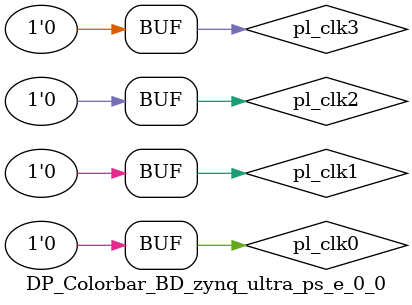
<source format=v>
 









`timescale 1ns/1ps

module DP_Colorbar_BD_zynq_ultra_ps_e_0_0 (
);
wire pl_clk_t[3:0] ;

wire saxihpc0_fpd_rclk_temp;
wire saxihpc0_fpd_wclk_temp;
wire saxihpc1_fpd_rclk_temp;
wire saxihpc1_fpd_wclk_temp;
wire saxihp0_fpd_rclk_temp;
wire saxihp0_fpd_wclk_temp;
wire saxihp1_fpd_rclk_temp;
wire saxihp1_fpd_wclk_temp;
wire saxihp2_fpd_rclk_temp;
wire saxihp2_fpd_wclk_temp;
wire saxihp3_fpd_rclk_temp;
wire saxihp3_fpd_wclk_temp;
wire saxi_lpd_rclk_temp;
wire saxi_lpd_wclk_temp;


 assign pl_clk0 = 1'b0 ;

 assign  pl_clk1 = 1'b0 ;

 assign  pl_clk2 = 1'b0 ;

 assign  pl_clk3 = 1'b0 ;

  
   
   
   
   
   


  


  zynq_ultra_ps_e_vip_v1_0_15 #(
    .C_USE_M_AXI_GP0(0),
    .C_USE_M_AXI_GP1(0),
    .C_USE_M_AXI_GP2(0),
    .C_USE_S_AXI_GP0(0),
    .C_USE_S_AXI_GP1(0),
    .C_USE_S_AXI_GP2(0),
    .C_USE_S_AXI_GP3(0),
    .C_USE_S_AXI_GP4(0),
    .C_USE_S_AXI_GP5(0),
    .C_USE_S_AXI_GP6(0),
    .C_USE_S_AXI_ACP(0),
    .C_USE_S_AXI_ACE(0),
    .C_M_AXI_GP0_DATA_WIDTH(128),
    .C_M_AXI_GP1_DATA_WIDTH(128),
    .C_M_AXI_GP2_DATA_WIDTH(32),
    .C_S_AXI_GP0_DATA_WIDTH(128),
    .C_S_AXI_GP1_DATA_WIDTH(128),
    .C_S_AXI_GP2_DATA_WIDTH(128),
    .C_S_AXI_GP3_DATA_WIDTH(128),
    .C_S_AXI_GP4_DATA_WIDTH(128),
    .C_S_AXI_GP5_DATA_WIDTH(128),
    .C_S_AXI_GP6_DATA_WIDTH(128),
    .C_FCLK_CLK0_FREQ(99.999001),
    .C_FCLK_CLK1_FREQ(100),
    .C_FCLK_CLK2_FREQ(100),
    .C_FCLK_CLK3_FREQ(100)
  ) inst (
    .MAXIGP0ARVALID(),
    .MAXIGP0AWVALID(),
    .MAXIGP0BREADY(),
    .MAXIGP0RREADY(),
    .MAXIGP0WLAST(),
    .MAXIGP0WVALID(),
    .MAXIGP0ARID(),
    .MAXIGP0ARUSER(),
    .MAXIGP0AWID(),
    .MAXIGP0ARBURST(),
    .MAXIGP0ARLOCK(),
    .MAXIGP0ARSIZE(),
    .MAXIGP0AWBURST(),
    .MAXIGP0AWLOCK(),
    .MAXIGP0AWSIZE(),
    .MAXIGP0ARPROT(),
    .MAXIGP0AWPROT(),
    .MAXIGP0ARADDR(),
    .MAXIGP0AWADDR(),
    .MAXIGP0WDATA(),
    .MAXIGP0AWUSER(),
    .MAXIGP0ARCACHE(),
    .MAXIGP0ARLEN(),
    .MAXIGP0ARQOS(),
    .MAXIGP0AWCACHE(),
    .MAXIGP0AWLEN(),
    .MAXIGP0AWQOS(),
    .MAXIGP0WSTRB(),
    .MAXIGP0ACLK(),
    .MAXIGP0ARREADY(1'B0),
    .MAXIGP0AWREADY(1'B0),
    .MAXIGP0BVALID(1'B0),
    .MAXIGP0RLAST(1'B0),
    .MAXIGP0RVALID(1'B0),
    .MAXIGP0WREADY(1'B0),
    .MAXIGP0BID(12'B0),
    .MAXIGP0RID(12'B0),
    .MAXIGP0BRESP(2'B0),
    .MAXIGP0RRESP(2'B0),
    .MAXIGP0RDATA(32'B0),
    .MAXIGP1ARVALID(),
    .MAXIGP1AWVALID(),
    .MAXIGP1BREADY(),
    .MAXIGP1RREADY(),
    .MAXIGP1WLAST(),
    .MAXIGP1WVALID(),
    .MAXIGP1ARID(),
    .MAXIGP1ARUSER(),
    .MAXIGP1AWID(),
    .MAXIGP1ARBURST(),
    .MAXIGP1ARLOCK(),
    .MAXIGP1ARSIZE(),
    .MAXIGP1AWBURST(),
    .MAXIGP1AWLOCK(),
    .MAXIGP1AWSIZE(),
    .MAXIGP1ARPROT(),
    .MAXIGP1AWPROT(),
    .MAXIGP1ARADDR(),
    .MAXIGP1AWADDR(),
    .MAXIGP1WDATA(),
    .MAXIGP1AWUSER(),
    .MAXIGP1ARCACHE(),
    .MAXIGP1ARLEN(),
    .MAXIGP1ARQOS(),
    .MAXIGP1AWCACHE(),
    .MAXIGP1AWLEN(),
    .MAXIGP1AWQOS(),
    .MAXIGP1WSTRB(),
    .MAXIGP1ACLK(1'B0),
    .MAXIGP1ARREADY(1'B0),
    .MAXIGP1AWREADY(1'B0),
    .MAXIGP1BVALID(1'B0),
    .MAXIGP1RLAST(1'B0),
    .MAXIGP1RVALID(1'B0),
    .MAXIGP1WREADY(1'B0),
    .MAXIGP1BID(12'B0),
    .MAXIGP1RID(12'B0),
    .MAXIGP1BRESP(2'B0),
    .MAXIGP1RRESP(2'B0),
    .MAXIGP1RDATA(32'B0),

    .MAXIGP2ARVALID(),
    .MAXIGP2AWVALID(),
    .MAXIGP2BREADY(),
    .MAXIGP2RREADY(),
    .MAXIGP2WLAST(),
    .MAXIGP2WVALID(),
    .MAXIGP2ARID(),
    .MAXIGP2ARUSER(),
    .MAXIGP2AWID(),
    .MAXIGP2ARBURST(),
    .MAXIGP2ARLOCK(),
    .MAXIGP2ARSIZE(),
    .MAXIGP2AWBURST(),
    .MAXIGP2AWLOCK(),
    .MAXIGP2AWSIZE(),
    .MAXIGP2ARPROT(),
    .MAXIGP2AWPROT(),
    .MAXIGP2ARADDR(),
    .MAXIGP2AWADDR(),
    .MAXIGP2WDATA(),
    .MAXIGP2AWUSER(),
    .MAXIGP2ARCACHE(),
    .MAXIGP2ARLEN(),
    .MAXIGP2ARQOS(),
    .MAXIGP2AWCACHE(),
    .MAXIGP2AWLEN(),
    .MAXIGP2AWQOS(),
    .MAXIGP2WSTRB(),
    .MAXIGP2ACLK(),
    .MAXIGP2ARREADY(1'B0),
    .MAXIGP2AWREADY(1'B0),
    .MAXIGP2BVALID(1'B0),
    .MAXIGP2RLAST(1'B0),
    .MAXIGP2RVALID(1'B0),
    .MAXIGP2WREADY(1'B0),
    .MAXIGP2BID(12'B0),
    .MAXIGP2RID(12'B0),
    .MAXIGP2BRESP(2'B0),
    .MAXIGP2RRESP(2'B0),
    .MAXIGP2RDATA(32'B0),
    .SAXIGP0RCLK(),
    .SAXIGP0WCLK(),
    .SAXIGP0ARUSER(),
    .SAXIGP0AWUSER(),
    .SAXIGP0RACOUNT(),
    .SAXIGP0WACOUNT(),
    .SAXIGP0RCOUNT(),
    .SAXIGP0WCOUNT(),
    .SAXIGP0ARREADY(),
    .SAXIGP0AWREADY(),
    .SAXIGP0BVALID(),
    .SAXIGP0RLAST(),
    .SAXIGP0RVALID(),
    .SAXIGP0WREADY(),
    .SAXIGP0BRESP(),
    .SAXIGP0RRESP(),
    .SAXIGP0RDATA(),
    .SAXIGP0BID(),
    .SAXIGP0RID(),
    .SAXIGP0ARVALID(1'B0),
    .SAXIGP0AWVALID(1'B0),
    .SAXIGP0BREADY(1'B0),
    .SAXIGP0RREADY(1'B0),
    .SAXIGP0WLAST(1'B0),
    .SAXIGP0WVALID(1'B0),
    .SAXIGP0ARBURST(2'B0),
    .SAXIGP0ARLOCK(2'B0),
    .SAXIGP0ARSIZE(3'B0),
    .SAXIGP0AWBURST(2'B0),
    .SAXIGP0AWLOCK(2'B0),
    .SAXIGP0AWSIZE(3'B0),
    .SAXIGP0ARPROT(3'B0),
    .SAXIGP0AWPROT(3'B0),
    .SAXIGP0ARADDR(32'B0),
    .SAXIGP0AWADDR(32'B0),
    .SAXIGP0WDATA(32'B0),
    .SAXIGP0ARCACHE(4'B0),
    .SAXIGP0ARLEN(4'B0),
    .SAXIGP0ARQOS(4'B0),
    .SAXIGP0AWCACHE(4'B0),
    .SAXIGP0AWLEN(4'B0),
    .SAXIGP0AWQOS(4'B0),
    .SAXIGP0WSTRB(4'B0),
    .SAXIGP0ARID(6'B0),
    .SAXIGP0AWID(6'B0),
    .SAXIGP1RCLK(),
    .SAXIGP1WCLK(),
    .SAXIGP1ARUSER(),
    .SAXIGP1AWUSER(),
    .SAXIGP1RACOUNT(),
    .SAXIGP1WACOUNT(),
    .SAXIGP1RCOUNT(),
    .SAXIGP1WCOUNT(),
    .SAXIGP1ARREADY(),
    .SAXIGP1AWREADY(),
    .SAXIGP1BVALID(),
    .SAXIGP1RLAST(),
    .SAXIGP1RVALID(),
    .SAXIGP1WREADY(),
    .SAXIGP1BRESP(),
    .SAXIGP1RRESP(),
    .SAXIGP1RDATA(),
    .SAXIGP1BID(),
    .SAXIGP1RID(),
    .SAXIGP1ARVALID(1'B0),
    .SAXIGP1AWVALID(1'B0),
    .SAXIGP1BREADY(1'B0),
    .SAXIGP1RREADY(1'B0),
    .SAXIGP1WLAST(1'B0),
    .SAXIGP1WVALID(1'B0),
    .SAXIGP1ARBURST(2'B0),
    .SAXIGP1ARLOCK(2'B0),
    .SAXIGP1ARSIZE(3'B0),
    .SAXIGP1AWBURST(2'B0),
    .SAXIGP1AWLOCK(2'B0),
    .SAXIGP1AWSIZE(3'B0),
    .SAXIGP1ARPROT(3'B0),
    .SAXIGP1AWPROT(3'B0),
    .SAXIGP1ARADDR(32'B0),
    .SAXIGP1AWADDR(32'B0),
    .SAXIGP1WDATA(32'B0),
    .SAXIGP1ARCACHE(4'B0),
    .SAXIGP1ARLEN(4'B0),
    .SAXIGP1ARQOS(4'B0),
    .SAXIGP1AWCACHE(4'B0),
    .SAXIGP1AWLEN(4'B0),
    .SAXIGP1AWQOS(4'B0),
    .SAXIGP1WSTRB(4'B0),
    .SAXIGP1ARID(6'B0),
    .SAXIGP1AWID(6'B0),
    .SAXIGP2RCLK(),
    .SAXIGP2WCLK(),
    .SAXIGP2ARUSER(),
    .SAXIGP2AWUSER(),
    .SAXIGP2RACOUNT(),
    .SAXIGP2WACOUNT(),
    .SAXIGP2RCOUNT(),
    .SAXIGP2WCOUNT(),
    .SAXIGP2ARREADY(),
    .SAXIGP2AWREADY(),
    .SAXIGP2BVALID(),
    .SAXIGP2RLAST(),
    .SAXIGP2RVALID(),
    .SAXIGP2WREADY(),
    .SAXIGP2BRESP(),
    .SAXIGP2RRESP(),
    .SAXIGP2RDATA(),
    .SAXIGP2BID(),
    .SAXIGP2RID(),
    .SAXIGP2ARVALID(1'B0),
    .SAXIGP2AWVALID(1'B0),
    .SAXIGP2BREADY(1'B0),
    .SAXIGP2RREADY(1'B0),
    .SAXIGP2WLAST(1'B0),
    .SAXIGP2WVALID(1'B0),
    .SAXIGP2ARBURST(2'B0),
    .SAXIGP2ARLOCK(2'B0),
    .SAXIGP2ARSIZE(3'B0),
    .SAXIGP2AWBURST(2'B0),
    .SAXIGP2AWLOCK(2'B0),
    .SAXIGP2AWSIZE(3'B0),
    .SAXIGP2ARPROT(3'B0),
    .SAXIGP2AWPROT(3'B0),
    .SAXIGP2ARADDR(32'B0),
    .SAXIGP2AWADDR(32'B0),
    .SAXIGP2WDATA(32'B0),
    .SAXIGP2ARCACHE(4'B0),
    .SAXIGP2ARLEN(4'B0),
    .SAXIGP2ARQOS(4'B0),
    .SAXIGP2AWCACHE(4'B0),
    .SAXIGP2AWLEN(4'B0),
    .SAXIGP2AWQOS(4'B0),
    .SAXIGP2WSTRB(4'B0),
    .SAXIGP2ARID(6'B0),
    .SAXIGP2AWID(6'B0),
    .SAXIGP3RCLK(),
    .SAXIGP3WCLK(),
    .SAXIGP3ARUSER(),
    .SAXIGP3AWUSER(),
    .SAXIGP3RACOUNT(),
    .SAXIGP3WACOUNT(),
    .SAXIGP3RCOUNT(),
    .SAXIGP3WCOUNT(),
    .SAXIGP3ARREADY(),
    .SAXIGP3AWREADY(),
    .SAXIGP3BVALID(),
    .SAXIGP3RLAST(),
    .SAXIGP3RVALID(),
    .SAXIGP3WREADY(),
    .SAXIGP3BRESP(),
    .SAXIGP3RRESP(),
    .SAXIGP3RDATA(),
    .SAXIGP3BID(),
    .SAXIGP3RID(),
    .SAXIGP3ARVALID(1'B0),
    .SAXIGP3AWVALID(1'B0),
    .SAXIGP3BREADY(1'B0),
    .SAXIGP3RREADY(1'B0),
    .SAXIGP3WLAST(1'B0),
    .SAXIGP3WVALID(1'B0),
    .SAXIGP3ARBURST(2'B0),
    .SAXIGP3ARLOCK(2'B0),
    .SAXIGP3ARSIZE(3'B0),
    .SAXIGP3AWBURST(2'B0),
    .SAXIGP3AWLOCK(2'B0),
    .SAXIGP3AWSIZE(3'B0),
    .SAXIGP3ARPROT(3'B0),
    .SAXIGP3AWPROT(3'B0),
    .SAXIGP3ARADDR(32'B0),
    .SAXIGP3AWADDR(32'B0),
    .SAXIGP3WDATA(32'B0),
    .SAXIGP3ARCACHE(4'B0),
    .SAXIGP3ARLEN(4'B0),
    .SAXIGP3ARQOS(4'B0),
    .SAXIGP3AWCACHE(4'B0),
    .SAXIGP3AWLEN(4'B0),
    .SAXIGP3AWQOS(4'B0),
    .SAXIGP3WSTRB(4'B0),
    .SAXIGP3ARID(6'B0),
    .SAXIGP3AWID(6'B0),
    .SAXIGP4RCLK(),
    .SAXIGP4WCLK(),
    .SAXIGP4ARUSER(),
    .SAXIGP4AWUSER(),
    .SAXIGP4RACOUNT(),
    .SAXIGP4WACOUNT(),
    .SAXIGP4RCOUNT(),
    .SAXIGP4WCOUNT(),
    .SAXIGP4ARREADY(),
    .SAXIGP4AWREADY(),
    .SAXIGP4BVALID(),
    .SAXIGP4RLAST(),
    .SAXIGP4RVALID(),
    .SAXIGP4WREADY(),
    .SAXIGP4BRESP(),
    .SAXIGP4RRESP(),
    .SAXIGP4RDATA(),
    .SAXIGP4BID(),
    .SAXIGP4RID(),
    .SAXIGP4ARVALID(1'B0),
    .SAXIGP4AWVALID(1'B0),
    .SAXIGP4BREADY(1'B0),
    .SAXIGP4RREADY(1'B0),
    .SAXIGP4WLAST(1'B0),
    .SAXIGP4WVALID(1'B0),
    .SAXIGP4ARBURST(2'B0),
    .SAXIGP4ARLOCK(2'B0),
    .SAXIGP4ARSIZE(3'B0),
    .SAXIGP4AWBURST(2'B0),
    .SAXIGP4AWLOCK(2'B0),
    .SAXIGP4AWSIZE(3'B0),
    .SAXIGP4ARPROT(3'B0),
    .SAXIGP4AWPROT(3'B0),
    .SAXIGP4ARADDR(32'B0),
    .SAXIGP4AWADDR(32'B0),
    .SAXIGP4WDATA(32'B0),
    .SAXIGP4ARCACHE(4'B0),
    .SAXIGP4ARLEN(4'B0),
    .SAXIGP4ARQOS(4'B0),
    .SAXIGP4AWCACHE(4'B0),
    .SAXIGP4AWLEN(4'B0),
    .SAXIGP4AWQOS(4'B0),
    .SAXIGP4WSTRB(4'B0),
    .SAXIGP4ARID(6'B0),
    .SAXIGP4AWID(6'B0),
    .SAXIGP5RCLK(),
    .SAXIGP5WCLK(),
    .SAXIGP5ARUSER(),
    .SAXIGP5AWUSER(),
    .SAXIGP5RACOUNT(),
    .SAXIGP5WACOUNT(),
    .SAXIGP5RCOUNT(),
    .SAXIGP5WCOUNT(),
    .SAXIGP5ARREADY(),
    .SAXIGP5AWREADY(),
    .SAXIGP5BVALID(),
    .SAXIGP5RLAST(),
    .SAXIGP5RVALID(),
    .SAXIGP5WREADY(),
    .SAXIGP5BRESP(),
    .SAXIGP5RRESP(),
    .SAXIGP5RDATA(),
    .SAXIGP5BID(),
    .SAXIGP5RID(),
    .SAXIGP5ARVALID(1'B0),
    .SAXIGP5AWVALID(1'B0),
    .SAXIGP5BREADY(1'B0),
    .SAXIGP5RREADY(1'B0),
    .SAXIGP5WLAST(1'B0),
    .SAXIGP5WVALID(1'B0),
    .SAXIGP5ARBURST(2'B0),
    .SAXIGP5ARLOCK(2'B0),
    .SAXIGP5ARSIZE(3'B0),
    .SAXIGP5AWBURST(2'B0),
    .SAXIGP5AWLOCK(2'B0),
    .SAXIGP5AWSIZE(3'B0),
    .SAXIGP5ARPROT(3'B0),
    .SAXIGP5AWPROT(3'B0),
    .SAXIGP5ARADDR(32'B0),
    .SAXIGP5AWADDR(32'B0),
    .SAXIGP5WDATA(32'B0),
    .SAXIGP5ARCACHE(4'B0),
    .SAXIGP5ARLEN(4'B0),
    .SAXIGP5ARQOS(4'B0),
    .SAXIGP5AWCACHE(4'B0),
    .SAXIGP5AWLEN(4'B0),
    .SAXIGP5AWQOS(4'B0),
    .SAXIGP5WSTRB(4'B0),
    .SAXIGP5ARID(6'B0),
    .SAXIGP5AWID(6'B0),
    .SAXIGP6RCLK(),
    .SAXIGP6WCLK(),
    .SAXIGP6ARUSER(),
    .SAXIGP6AWUSER(),
    .SAXIGP6RACOUNT(),
    .SAXIGP6WACOUNT(),
    .SAXIGP6RCOUNT(),
    .SAXIGP6WCOUNT(),
    .SAXIGP6ARREADY(),
    .SAXIGP6AWREADY(),
    .SAXIGP6BVALID(),
    .SAXIGP6RLAST(),
    .SAXIGP6RVALID(),
    .SAXIGP6WREADY(),
    .SAXIGP6BRESP(),
    .SAXIGP6RRESP(),
    .SAXIGP6RDATA(),
    .SAXIGP6BID(),
    .SAXIGP6RID(),
    .SAXIGP6ARVALID(1'B0),
    .SAXIGP6AWVALID(1'B0),
    .SAXIGP6BREADY(1'B0),
    .SAXIGP6RREADY(1'B0),
    .SAXIGP6WLAST(1'B0),
    .SAXIGP6WVALID(1'B0),
    .SAXIGP6ARBURST(2'B0),
    .SAXIGP6ARLOCK(2'B0),
    .SAXIGP6ARSIZE(3'B0),
    .SAXIGP6AWBURST(2'B0),
    .SAXIGP6AWLOCK(2'B0),
    .SAXIGP6AWSIZE(3'B0),
    .SAXIGP6ARPROT(3'B0),
    .SAXIGP6AWPROT(3'B0),
    .SAXIGP6ARADDR(32'B0),
    .SAXIGP6AWADDR(32'B0),
    .SAXIGP6WDATA(32'B0),
    .SAXIGP6ARCACHE(4'B0),
    .SAXIGP6ARLEN(4'B0),
    .SAXIGP6ARQOS(4'B0),
    .SAXIGP6AWCACHE(4'B0),
    .SAXIGP6AWLEN(4'B0),
    .SAXIGP6AWQOS(4'B0),
    .SAXIGP6WSTRB(4'B0),
    .SAXIGP6ARID(6'B0),
    .SAXIGP6AWID(6'B0),
    .SAXIACPARREADY(),
    .SAXIACPAWREADY(),
    .SAXIACPBVALID(),
    .SAXIACPRLAST(),
    .SAXIACPRVALID(),
    .SAXIACPWREADY(),
    .SAXIACPBRESP(),
    .SAXIACPRRESP(),
    .SAXIACPBID(),
    .SAXIACPRID(),
    .SAXIACPRDATA(),
    .SAXIACPACLK(1'B0),
    .SAXIACPARVALID(1'B0),
    .SAXIACPAWVALID(1'B0),
    .SAXIACPBREADY(1'B0),
    .SAXIACPRREADY(1'B0),
    .SAXIACPWLAST(1'B0),
    .SAXIACPWVALID(1'B0),
    .SAXIACPARID(3'B0),
    .SAXIACPARPROT(3'B0),
    .SAXIACPAWID(3'B0),
    .SAXIACPAWPROT(3'B0),
    .SAXIACPARADDR(32'B0),
    .SAXIACPAWADDR(32'B0),
    .SAXIACPARCACHE(4'B0),
    .SAXIACPARLEN(4'B0),
    .SAXIACPARQOS(4'B0),
    .SAXIACPAWCACHE(4'B0),
    .SAXIACPAWLEN(4'B0),
    .SAXIACPAWQOS(4'B0),
    .SAXIACPARBURST(2'B0),
    .SAXIACPARLOCK(2'B0),
    .SAXIACPARSIZE(3'B0),
    .SAXIACPAWBURST(2'B0),
    .SAXIACPAWLOCK(2'B0),
    .SAXIACPAWSIZE(3'B0),
    .SAXIACPARUSER(5'B0),
    .SAXIACPAWUSER(5'B0),
    .SAXIACPWDATA(64'B0),
    .SAXIACPWSTRB(8'B0),
.SACEFPDACREADY(),       
.SACEFPDARLOCK(),
.SACEFPDARVALID(),
.SACEFPDAWLOCK(),
.SACEFPDAWVALID(),
.SACEFPDBREADY(),
.SACEFPDCDLAST(),
.SACEFPDCDVALID(),
.SACEFPDCRVALID(),
.SACEFPDRACK(),
.SACEFPDRREADY(),
.SACEFPDWACK(),
.SACEFPDWLAST(),
.SACEFPDWUSER(),
.SACEFPDWVALID(),
.SACEFPDCDDATA(),
.SACEFPDWDATA(),
.SACEFPDARUSER(),
.SACEFPDAWUSER(),
.SACEFPDWSTRB(),
.SACEFPDARBAR(),
.SACEFPDARBURST(),
.SACEFPDARDOMAIN(),
.SACEFPDAWBAR(),
.SACEFPDAWBURST(),
.SACEFPDAWDOMAIN(),
.SACEFPDARPROT(),
.SACEFPDARSIZE(),
.SACEFPDAWPROT(),
.SACEFPDAWSIZE(),
.SACEFPDAWSNOOP(),
.SACEFPDARCACHE(),
.SACEFPDARQOS(),
.SACEFPDARREGION(),
.SACEFPDARSNOOP(),
.SACEFPDAWCACHE(),
.SACEFPDAWQOS(),
.SACEFPDAWREGION(),
.SACEFPDARADDR(),
.SACEFPDAWADDR(),
.SACEFPDCRRESP(),
.SACEFPDARID(),
.SACEFPDAWID(),
.SACEFPDARLEN(),
.SACEFPDAWLEN(),
.SACEFPDACVALID(),
.SACEFPDARREADY(),
.SACEFPDAWREADY(),
.SACEFPDBUSER(),
.SACEFPDBVALID(),
.SACEFPDCDREADY(),
.SACEFPDCRREADY(),
.SACEFPDRLAST(),
.SACEFPDRUSER(),
.SACEFPDRVALID(),
.SACEFPDWREADY(),
.SACEFPDRDATA(),
.SACEFPDBRESP(),
.SACEFPDACPROT(),
.SACEFPDACSNOOP(),
.SACEFPDRRESP(),
.SACEFPDACADDR(),
.SACEFPDBID(),
.SACEFPDRID(),


.PLCLK({pl_clk_t[3],pl_clk_t[2],pl_clk_t[1],pl_clk_t[0]})
  );

endmodule

</source>
